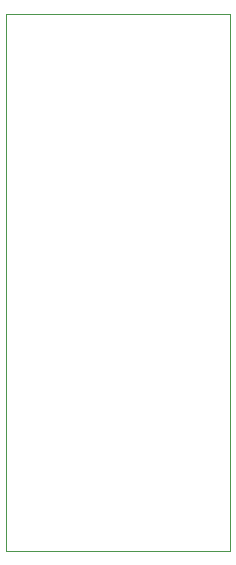
<source format=gm1>
%TF.GenerationSoftware,KiCad,Pcbnew,9.0.6*%
%TF.CreationDate,2025-11-09T12:48:57-08:00*%
%TF.ProjectId,storage_block,73746f72-6167-4655-9f62-6c6f636b2e6b,rev?*%
%TF.SameCoordinates,Original*%
%TF.FileFunction,Profile,NP*%
%FSLAX46Y46*%
G04 Gerber Fmt 4.6, Leading zero omitted, Abs format (unit mm)*
G04 Created by KiCad (PCBNEW 9.0.6) date 2025-11-09 12:48:57*
%MOMM*%
%LPD*%
G01*
G04 APERTURE LIST*
%TA.AperFunction,Profile*%
%ADD10C,0.050000*%
%TD*%
G04 APERTURE END LIST*
D10*
X132000000Y-76500000D02*
X151000000Y-76500000D01*
X151000000Y-122000000D01*
X132000000Y-122000000D01*
X132000000Y-76500000D01*
M02*

</source>
